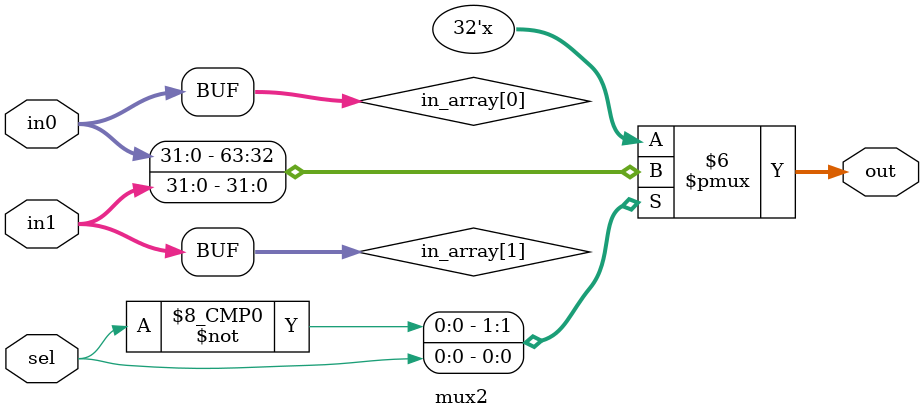
<source format=v>
module mux2 #(
    parameter WIDTH     = 32,
    parameter CHANNELS  = 2
) (
    input   [WIDTH-1:0] in0,
    input   [WIDTH-1:0] in1,
    input   sel,
    output  [WIDTH-1:0] out
);
    
    reg     [WIDTH-1:0] in_array [0:CHANNELS-1]; 
    
    assign  in_array[0] = in0;
    assign  in_array[1] = in1;    

    assign  out = in_array[sel];


endmodule
</source>
